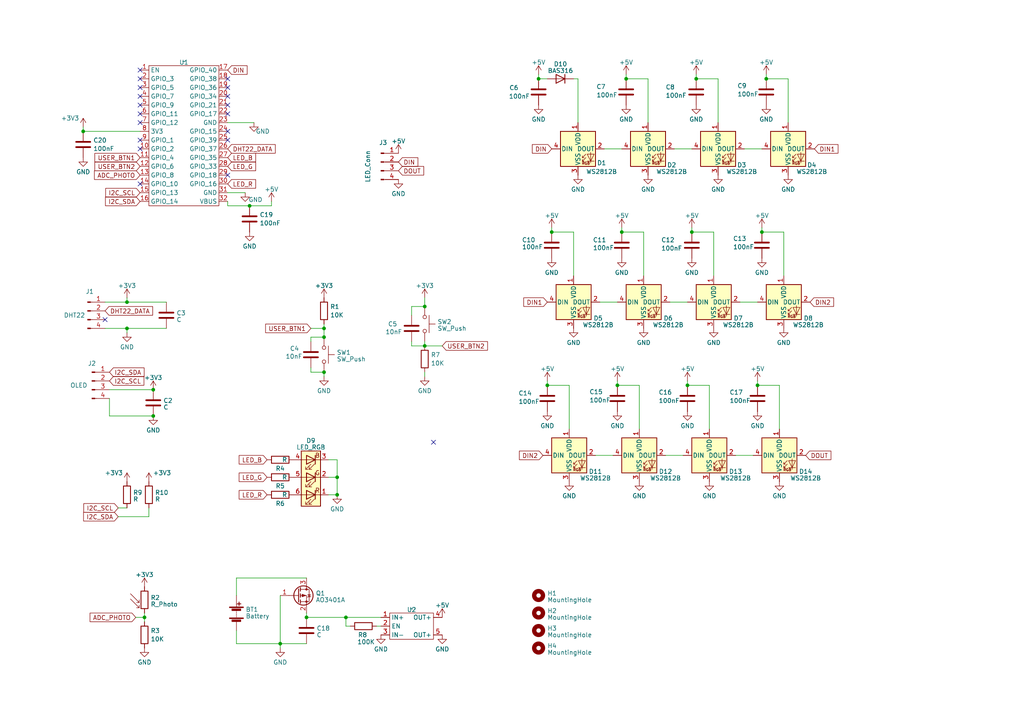
<source format=kicad_sch>
(kicad_sch (version 20231120) (generator "eeschema") (generator_version "8.0")
  (paper "A4")
  (title_block (title "IoT Board - Summer school") (date "2024-05-14") (company "FRI UNIZA") (comment 1 "Author: Michal Kubascik"))
  (lib_symbols
    (symbol "BuckBoost:BuckBoost5v"
      (property "Reference" "U" (at 0 0 0))
      (symbol "BuckBoost5v_0_1"
        (rectangle (start -6.35 -1.27) (end 6.35 -8.89))
      )
      (symbol "BuckBoost5v_1_1"
        (pin input line (at -8.89 -2.54 0) (length 2.54) (name "IN+") (number "1"))
        (pin input line (at -8.89 -5.08 0) (length 2.54) (name "EN") (number "2"))
        (pin input line (at -8.89 -7.62 0) (length 2.54) (name "IN-") (number "3"))
        (pin output line (at 8.89 -2.54 180) (length 2.54) (name "OUT+") (number "4"))
        (pin output line (at 8.89 -7.62 180) (length 2.54) (name "OUT+") (number "5"))
      )
    )
    (symbol "Connector:Conn_01x04_Pin" (pin_names (offset 1.016) hide)
      (property "Reference" "J" (at 0 5.08 0))
      (property "Value" "Conn_01x04_Pin" (at 0 -7.62 0))
      (symbol "Conn_01x04_Pin_1_1"
        (polyline (pts (xy 1.27 -5.08) (xy 0.8636 -5.08)) (stroke (width 0.1524)))
        (polyline (pts (xy 1.27 -2.54) (xy 0.8636 -2.54)) (stroke (width 0.1524)))
        (polyline (pts (xy 1.27 0) (xy 0.8636 0)) (stroke (width 0.1524)))
        (polyline (pts (xy 1.27 2.54) (xy 0.8636 2.54)) (stroke (width 0.1524)))
        (rectangle (start 0.8636 -4.953) (end 0 -5.207) (stroke (width 0.1524)) (fill (type outline)))
        (rectangle (start 0.8636 -2.413) (end 0 -2.667) (stroke (width 0.1524)) (fill (type outline)))
        (rectangle (start 0.8636 0.127) (end 0 -0.127) (stroke (width 0.1524)) (fill (type outline)))
        (rectangle (start 0.8636 2.667) (end 0 2.413) (stroke (width 0.1524)) (fill (type outline)))
        (pin passive line (at 5.08 2.54 180) (length 3.81) (name "Pin_1") (number "1"))
        (pin passive line (at 5.08 0 180) (length 3.81) (name "Pin_2") (number "2"))
        (pin passive line (at 5.08 -2.54 180) (length 3.81) (name "Pin_3") (number "3"))
        (pin passive line (at 5.08 -5.08 180) (length 3.81) (name "Pin_4") (number "4"))
      )
    )
    (symbol "Device:Battery" (pin_numbers hide) (pin_names (offset 0) hide)
      (property "Reference" "BT" (at 2.54 2.54 0))
      (property "Value" "Battery" (at 2.54 0 0))
      (symbol "Battery_0_1"
        (rectangle (start -2.032 -1.397) (end 2.032 -1.651) (fill (type outline)))
        (rectangle (start -2.032 1.778) (end 2.032 1.524) (fill (type outline)))
        (rectangle (start -1.3208 -1.9812) (end 1.27 -2.4892) (fill (type outline)))
        (rectangle (start -1.3208 1.1938) (end 1.27 0.6858) (fill (type outline)))
        (polyline (pts (xy 0 -1.524) (xy 0 -1.27)))
        (polyline (pts (xy 0 -1.016) (xy 0 -0.762)))
        (polyline (pts (xy 0 -0.508) (xy 0 -0.254)))
        (polyline (pts (xy 0 0) (xy 0 0.254)))
        (polyline (pts (xy 0 0.508) (xy 0 0.762)))
        (polyline (pts (xy 0 1.778) (xy 0 2.54)))
        (polyline (pts (xy 0.254 2.667) (xy 1.27 2.667)) (stroke (width 0.254)))
        (polyline (pts (xy 0.762 3.175) (xy 0.762 2.159)) (stroke (width 0.254)))
      )
      (symbol "Battery_1_1"
        (pin passive line (at 0 5.08 270) (length 2.54) (name "+") (number "1"))
        (pin passive line (at 0 -5.08 90) (length 2.54) (name "-") (number "2"))
      )
    )
    (symbol "Device:C" (pin_numbers hide) (pin_names (offset 0.254))
      (property "Reference" "C" (at 0.635 2.54 0))
      (property "Value" "C" (at 0.635 -2.54 0))
      (symbol "C_0_1"
        (polyline (pts (xy -2.032 -0.762) (xy 2.032 -0.762)) (stroke (width 0.508)))
        (polyline (pts (xy -2.032 0.762) (xy 2.032 0.762)) (stroke (width 0.508)))
      )
      (symbol "C_1_1"
        (pin passive line (at 0 3.81 270) (length 2.794) (name "~") (number "1"))
        (pin passive line (at 0 -3.81 90) (length 2.794) (name "~") (number "2"))
      )
    )
    (symbol "Device:LED_RGB" (pin_names (offset 0) hide)
      (property "Reference" "D" (at 0 9.398 0))
      (property "Value" "LED_RGB" (at 0 -8.89 0))
      (symbol "LED_RGB_0_0"
        (text "B" (at -1.905 -6.35 0) (effects (font (size 1.27 1.27))))
        (text "G" (at -1.905 -1.27 0) (effects (font (size 1.27 1.27))))
        (text "R" (at -1.905 3.81 0) (effects (font (size 1.27 1.27))))
      )
      (symbol "LED_RGB_0_1"
        (polyline (pts (xy -1.27 -5.08) (xy -2.54 -5.08)))
        (polyline (pts (xy -1.27 -5.08) (xy 1.27 -5.08)))
        (polyline (pts (xy -1.27 -3.81) (xy -1.27 -6.35)) (stroke (width 0.254)))
        (polyline (pts (xy -1.27 0) (xy -2.54 0)))
        (polyline (pts (xy -1.27 1.27) (xy -1.27 -1.27)) (stroke (width 0.254)))
        (polyline (pts (xy -1.27 5.08) (xy -2.54 5.08)))
        (polyline (pts (xy -1.27 5.08) (xy 1.27 5.08)))
        (polyline (pts (xy -1.27 6.35) (xy -1.27 3.81)) (stroke (width 0.254)))
        (polyline (pts (xy 1.27 -5.08) (xy 2.54 -5.08)))
        (polyline (pts (xy 1.27 0) (xy -1.27 0)))
        (polyline (pts (xy 1.27 0) (xy 2.54 0)))
        (polyline (pts (xy 1.27 5.08) (xy 2.54 5.08)))
        (polyline (pts (xy -1.27 1.27) (xy -1.27 -1.27) (xy -1.27 -1.27)))
        (polyline (pts (xy -1.27 6.35) (xy -1.27 3.81) (xy -1.27 3.81)))
        (polyline (pts (xy 1.27 -3.81) (xy 1.27 -6.35) (xy -1.27 -5.08) (xy 1.27 -3.81)) (stroke (width 0.254)))
        (polyline (pts (xy 1.27 1.27) (xy 1.27 -1.27) (xy -1.27 0) (xy 1.27 1.27)) (stroke (width 0.254)))
        (polyline (pts (xy 1.27 6.35) (xy 1.27 3.81) (xy -1.27 5.08) (xy 1.27 6.35)) (stroke (width 0.254)))
        (polyline (pts (xy -1.016 -3.81) (xy 0.508 -2.286) (xy -0.254 -2.286) (xy 0.508 -2.286) (xy 0.508 -3.048)))
        (polyline (pts (xy -1.016 1.27) (xy 0.508 2.794) (xy -0.254 2.794) (xy 0.508 2.794) (xy 0.508 2.032)))
        (polyline (pts (xy -1.016 6.35) (xy 0.508 7.874) (xy -0.254 7.874) (xy 0.508 7.874) (xy 0.508 7.112)))
        (polyline (pts (xy 0 -3.81) (xy 1.524 -2.286) (xy 0.762 -2.286) (xy 1.524 -2.286) (xy 1.524 -3.048)))
        (polyline (pts (xy 0 1.27) (xy 1.524 2.794) (xy 0.762 2.794) (xy 1.524 2.794) (xy 1.524 2.032)))
        (polyline (pts (xy 0 6.35) (xy 1.524 7.874) (xy 0.762 7.874) (xy 1.524 7.874) (xy 1.524 7.112)))
        (rectangle (start 1.27 -1.27) (end 1.27 1.27))
        (rectangle (start 1.27 1.27) (end 1.27 1.27))
        (rectangle (start 1.27 3.81) (end 1.27 6.35))
        (rectangle (start 1.27 6.35) (end 1.27 6.35))
        (rectangle (start 2.794 8.382) (end -2.794 -7.62) (stroke (width 0.254)) (fill (type background)))
      )
      (symbol "LED_RGB_1_1"
        (pin passive line (at -5.08 5.08 0) (length 2.54) (name "RK") (number "1"))
        (pin passive line (at -5.08 0 0) (length 2.54) (name "GK") (number "2"))
        (pin passive line (at -5.08 -5.08 0) (length 2.54) (name "BK") (number "3"))
        (pin passive line (at 5.08 -5.08 180) (length 2.54) (name "BA") (number "4"))
        (pin passive line (at 5.08 0 180) (length 2.54) (name "GA") (number "5"))
        (pin passive line (at 5.08 5.08 180) (length 2.54) (name "RA") (number "6"))
      )
    )
    (symbol "Device:R" (pin_numbers hide) (pin_names (offset 0))
      (property "Reference" "R" (at 2.032 0 90))
      (property "Value" "R" (at 0 0 90))
      (symbol "R_0_1"
        (rectangle (start -1.016 -2.54) (end 1.016 2.54) (stroke (width 0.254)))
      )
      (symbol "R_1_1"
        (pin passive line (at 0 3.81 270) (length 1.27) (name "~") (number "1"))
        (pin passive line (at 0 -3.81 90) (length 1.27) (name "~") (number "2"))
      )
    )
    (symbol "Device:R_Photo" (pin_numbers hide) (pin_names (offset 0))
      (property "Reference" "R" (at 1.27 1.27 0))
      (property "Value" "R_Photo" (at 1.27 0 0))
      (symbol "R_Photo_0_1"
        (rectangle (start -1.016 2.54) (end 1.016 -2.54) (stroke (width 0.254)))
        (polyline (pts (xy -1.524 -2.286) (xy -4.064 0.254)))
        (polyline (pts (xy -1.524 -2.286) (xy -2.286 -2.286)))
        (polyline (pts (xy -1.524 -2.286) (xy -1.524 -1.524)))
        (polyline (pts (xy -1.524 -0.762) (xy -4.064 1.778)))
        (polyline (pts (xy -1.524 -0.762) (xy -2.286 -0.762)))
        (polyline (pts (xy -1.524 -0.762) (xy -1.524 0)))
      )
      (symbol "R_Photo_1_1"
        (pin passive line (at 0 3.81 270) (length 1.27) (name "~") (number "1"))
        (pin passive line (at 0 -3.81 90) (length 1.27) (name "~") (number "2"))
      )
    )
    (symbol "Diode:BAS316" (pin_numbers hide) (pin_names hide)
      (property "Reference" "D" (at 0 2.54 0))
      (property "Value" "BAS316" (at 0 -2.54 0))
      (symbol "BAS316_0_1"
        (polyline (pts (xy -1.27 1.27) (xy -1.27 -1.27)) (stroke (width 0.254)))
        (polyline (pts (xy 1.27 0) (xy -1.27 0)))
        (polyline (pts (xy 1.27 1.27) (xy 1.27 -1.27) (xy -1.27 0) (xy 1.27 1.27)) (stroke (width 0.254)))
      )
      (symbol "BAS316_1_1"
        (pin passive line (at -3.81 0 0) (length 2.54) (name "K") (number "1"))
        (pin passive line (at 3.81 0 180) (length 2.54) (name "A") (number "2"))
      )
    )
    (symbol "LED:WS2812B" (pin_names (offset 0.254))
      (property "Reference" "D" (at 5.08 5.715 0))
      (property "Value" "WS2812B" (at 1.27 -5.715 0))
      (symbol "WS2812B_0_0"
        (text "RGB" (at 2.286 -4.191 0) (effects (font (size 0.762 0.762))))
      )
      (symbol "WS2812B_0_1"
        (polyline (pts (xy 1.27 -3.556) (xy 1.778 -3.556)))
        (polyline (pts (xy 1.27 -2.54) (xy 1.778 -2.54)))
        (polyline (pts (xy 4.699 -3.556) (xy 2.667 -3.556)))
        (polyline (pts (xy 2.286 -2.54) (xy 1.27 -3.556) (xy 1.27 -3.048)))
        (polyline (pts (xy 2.286 -1.524) (xy 1.27 -2.54) (xy 1.27 -2.032)))
        (polyline (pts (xy 3.683 -1.016) (xy 3.683 -3.556) (xy 3.683 -4.064)))
        (polyline (pts (xy 4.699 -1.524) (xy 2.667 -1.524) (xy 3.683 -3.556) (xy 4.699 -1.524)))
        (rectangle (start 5.08 5.08) (end -5.08 -5.08) (stroke (width 0.254)) (fill (type background)))
      )
      (symbol "WS2812B_1_1"
        (pin power_in line (at 0 7.62 270) (length 2.54) (name "VDD") (number "1"))
        (pin output line (at 7.62 0 180) (length 2.54) (name "DOUT") (number "2"))
        (pin power_in line (at 0 -7.62 90) (length 2.54) (name "VSS") (number "3"))
        (pin input line (at -7.62 0 0) (length 2.54) (name "DIN") (number "4"))
      )
    )
    (symbol "Mechanical:MountingHole" (pin_names (offset 1.016))
      (property "Reference" "H" (at 0 5.08 0))
      (property "Value" "MountingHole" (at 0 3.175 0))
      (symbol "MountingHole_0_1"
        (circle (center 0 0) (radius 1.27) (stroke (width 1.27)))
      )
    )
    (symbol "Switch:SW_Push" (pin_numbers hide) (pin_names (offset 1.016) hide)
      (property "Reference" "SW" (at 1.27 2.54 0))
      (property "Value" "SW_Push" (at 0 -1.524 0))
      (symbol "SW_Push_0_1"
        (circle (center -2.032 0) (radius 0.508))
        (polyline (pts (xy 0 1.27) (xy 0 3.048)))
        (polyline (pts (xy 2.54 1.27) (xy -2.54 1.27)))
        (circle (center 2.032 0) (radius 0.508))
        (pin passive line (at -5.08 0 0) (length 2.54) (name "1") (number "1"))
        (pin passive line (at 5.08 0 180) (length 2.54) (name "2") (number "2"))
      )
    )
    (symbol "Transistor_FET:AO3401A" (pin_names hide)
      (property "Reference" "Q" (at 5.08 1.905 0))
      (property "Value" "AO3401A" (at 5.08 0 0))
      (symbol "AO3401A_0_1"
        (polyline (pts (xy 0.254 0) (xy -2.54 0)))
        (polyline (pts (xy 0.254 1.905) (xy 0.254 -1.905)) (stroke (width 0.254)))
        (polyline (pts (xy 0.762 -1.27) (xy 0.762 -2.286)) (stroke (width 0.254)))
        (polyline (pts (xy 0.762 0.508) (xy 0.762 -0.508)) (stroke (width 0.254)))
        (polyline (pts (xy 0.762 2.286) (xy 0.762 1.27)) (stroke (width 0.254)))
        (polyline (pts (xy 2.54 2.54) (xy 2.54 1.778)))
        (polyline (pts (xy 2.54 -2.54) (xy 2.54 0) (xy 0.762 0)))
        (polyline (pts (xy 0.762 1.778) (xy 3.302 1.778) (xy 3.302 -1.778) (xy 0.762 -1.778)))
        (polyline (pts (xy 2.286 0) (xy 1.27 0.381) (xy 1.27 -0.381) (xy 2.286 0)) (fill (type outline)))
        (polyline (pts (xy 2.794 -0.508) (xy 2.921 -0.381) (xy 3.683 -0.381) (xy 3.81 -0.254)))
        (polyline (pts (xy 3.302 -0.381) (xy 2.921 0.254) (xy 3.683 0.254) (xy 3.302 -0.381)))
        (circle (center 1.651 0) (radius 2.794) (stroke (width 0.254)))
        (circle (center 2.54 -1.778) (radius 0.254) (fill (type outline)))
        (circle (center 2.54 1.778) (radius 0.254) (fill (type outline)))
      )
      (symbol "AO3401A_1_1"
        (pin input line (at -5.08 0 0) (length 2.54) (name "G") (number "1"))
        (pin passive line (at 2.54 -5.08 90) (length 2.54) (name "S") (number "2"))
        (pin passive line (at 2.54 5.08 270) (length 2.54) (name "D") (number "3"))
      )
    )
    (symbol "WemosS2:Wemos-S2-Mini"
      (property "Reference" "U" (at 0 0 0))
      (symbol "Wemos-S2-Mini_0_1"
        (rectangle (start -10.16 -1.27) (end 10.16 -41.91))
      )
      (symbol "Wemos-S2-Mini_1_1"
        (pin bidirectional line (at -12.7 -2.54 0) (length 2.54) (name "EN") (number "1"))
        (pin bidirectional line (at -12.7 -25.4 0) (length 2.54) (name "GPIO_2") (number "10"))
        (pin bidirectional line (at -12.7 -27.94 0) (length 2.54) (name "GPIO_4") (number "11"))
        (pin bidirectional line (at -12.7 -30.48 0) (length 2.54) (name "GPIO_6") (number "12"))
        (pin bidirectional line (at -12.7 -33.02 0) (length 2.54) (name "GPIO_8") (number "13"))
        (pin bidirectional line (at -12.7 -35.56 0) (length 2.54) (name "GPIO_10") (number "14"))
        (pin bidirectional line (at -12.7 -38.1 0) (length 2.54) (name "GPIO_13") (number "15"))
        (pin bidirectional line (at -12.7 -40.64 0) (length 2.54) (name "GPIO_14") (number "16"))
        (pin bidirectional line (at 12.7 -2.54 180) (length 2.54) (name "GPIO_40") (number "17"))
        (pin bidirectional line (at 12.7 -5.08 180) (length 2.54) (name "GPIO_38") (number "18"))
        (pin bidirectional line (at 12.7 -7.62 180) (length 2.54) (name "GPIO_36") (number "19"))
        (pin bidirectional line (at -12.7 -5.08 0) (length 2.54) (name "GPIO_3") (number "2"))
        (pin bidirectional line (at 12.7 -10.16 180) (length 2.54) (name "GPIO_34") (number "20"))
        (pin bidirectional line (at 12.7 -12.7 180) (length 2.54) (name "GPIO_21") (number "21"))
        (pin bidirectional line (at 12.7 -15.24 180) (length 2.54) (name "GPIO_17") (number "22"))
        (pin bidirectional line (at 12.7 -17.78 180) (length 2.54) (name "GND") (number "23"))
        (pin bidirectional line (at 12.7 -20.32 180) (length 2.54) (name "GPIO_15") (number "24"))
        (pin bidirectional line (at 12.7 -22.86 180) (length 2.54) (name "GPIO_39") (number "25"))
        (pin bidirectional line (at 12.7 -25.4 180) (length 2.54) (name "GPIO_37") (number "26"))
        (pin bidirectional line (at 12.7 -27.94 180) (length 2.54) (name "GPIO_35") (number "27"))
        (pin bidirectional line (at 12.7 -30.48 180) (length 2.54) (name "GPIO_33") (number "28"))
        (pin bidirectional line (at 12.7 -33.02 180) (length 2.54) (name "GPIO_18") (number "29"))
        (pin bidirectional line (at -12.7 -7.62 0) (length 2.54) (name "GPIO_5") (number "3"))
        (pin bidirectional line (at 12.7 -35.56 180) (length 2.54) (name "GPIO_16") (number "30"))
        (pin bidirectional line (at 12.7 -38.1 180) (length 2.54) (name "GND") (number "31"))
        (pin bidirectional line (at 12.7 -40.64 180) (length 2.54) (name "VBUS") (number "32"))
        (pin bidirectional line (at -12.7 -10.16 0) (length 2.54) (name "GPIO_7") (number "4"))
        (pin bidirectional line (at -12.7 -12.7 0) (length 2.54) (name "GPIO_9") (number "5"))
        (pin bidirectional line (at -12.7 -15.24 0) (length 2.54) (name "GPIO_11") (number "6"))
        (pin bidirectional line (at -12.7 -17.78 0) (length 2.54) (name "GPIO_12") (number "7"))
        (pin bidirectional line (at -12.7 -20.32 0) (length 2.54) (name "3V3") (number "8"))
        (pin bidirectional line (at -12.7 -22.86 0) (length 2.54) (name "GPIO_1") (number "9"))
      )
    )
    (symbol "power:+3V3" (power) (pin_names (offset 0))
      (property "Value" "+3V3" (at 0 3.556 0))
      (symbol "+3V3_0_1"
        (polyline (pts (xy -0.762 1.27) (xy 0 2.54)))
        (polyline (pts (xy 0 0) (xy 0 2.54)))
        (polyline (pts (xy 0 2.54) (xy 0.762 1.27)))
      )
      (symbol "+3V3_1_1"
        (pin power_in line (at 0 0 90) (length 0) hide (name "+3V3") (number "1"))
      )
    )
    (symbol "power:+5V" (power) (pin_names (offset 0))
      (property "Value" "+5V" (at 0 3.556 0))
      (symbol "+5V_0_1"
        (polyline (pts (xy -0.762 1.27) (xy 0 2.54)))
        (polyline (pts (xy 0 0) (xy 0 2.54)))
        (polyline (pts (xy 0 2.54) (xy 0.762 1.27)))
      )
      (symbol "+5V_1_1"
        (pin power_in line (at 0 0 90) (length 0) hide (name "+5V") (number "1"))
      )
    )
    (symbol "power:GND" (power) (pin_names (offset 0))
      (property "Value" "GND" (at 0 -3.81 0))
      (symbol "GND_0_1"
        (polyline (pts (xy 0 0) (xy 0 -1.27) (xy 1.27 -1.27) (xy 0 -2.54) (xy -1.27 -1.27) (xy 0 -1.27)))
      )
      (symbol "GND_1_1"
        (pin power_in line (at 0 0 270) (length 0) hide (name "GND") (number "1"))
      )
    )
  )
  (junction (at 179.07 111.76))
  (junction (at 160.02 67.31))
  (junction (at 156.21 22.86))
  (junction (at 199.39 111.76))
  (junction (at 97.79 138.43))
  (junction (at 44.45 120.65))
  (junction (at 36.83 95.25))
  (junction (at 88.9 179.07))
  (junction (at 123.19 88.9))
  (junction (at 24.13 38.1))
  (junction (at 222.25 22.86))
  (junction (at 44.45 113.03))
  (junction (at 123.19 100.33))
  (junction (at 201.93 22.86))
  (junction (at 93.98 97.79))
  (junction (at 36.83 87.63))
  (junction (at 158.75 111.76))
  (junction (at 81.28 186.69))
  (junction (at 72.39 59.69))
  (junction (at 181.61 22.86))
  (junction (at 180.34 67.31))
  (junction (at 93.98 95.25))
  (junction (at 200.66 67.31))
  (junction (at 93.98 107.95))
  (junction (at 220.98 67.31))
  (junction (at 41.91 179.07))
  (junction (at 97.79 143.51))
  (junction (at 100.33 179.07))
  (junction (at 219.71 111.76))
  (no_connect (at 40.64 25.4))
  (no_connect (at 125.73 128.27))
  (no_connect (at 66.04 38.1))
  (no_connect (at 66.04 33.02))
  (no_connect (at 40.64 27.94))
  (no_connect (at 66.04 50.8))
  (no_connect (at 40.64 30.48))
  (no_connect (at 66.04 30.48))
  (no_connect (at 66.04 25.4))
  (no_connect (at 40.64 53.34))
  (no_connect (at 66.04 40.64))
  (no_connect (at 30.48 92.71))
  (no_connect (at 40.64 20.32))
  (no_connect (at 66.04 27.94))
  (no_connect (at 40.64 22.86))
  (no_connect (at 40.64 43.18))
  (no_connect (at 66.04 22.86))
  (no_connect (at 40.64 40.64))
  (no_connect (at 40.64 35.56))
  (no_connect (at 40.64 33.02))
  (wire (pts (xy 73.66 35.56) (xy 66.04 35.56)))
  (wire (pts (xy 227.33 67.31) (xy 227.33 80.01)))
  (wire (pts (xy 97.79 133.35) (xy 97.79 138.43)))
  (wire (pts (xy 172.72 132.08) (xy 177.8 132.08)))
  (wire (pts (xy 200.66 66.04) (xy 200.66 67.31)))
  (wire (pts (xy 180.34 67.31) (xy 186.69 67.31)))
  (wire (pts (xy 95.25 138.43) (xy 97.79 138.43)))
  (wire (pts (xy 90.17 107.95) (xy 93.98 107.95)))
  (wire (pts (xy 199.39 111.76) (xy 205.74 111.76)))
  (wire (pts (xy 156.21 21.59) (xy 156.21 22.86)))
  (wire (pts (xy 72.39 59.69) (xy 66.04 59.69)))
  (wire (pts (xy 185.42 111.76) (xy 185.42 124.46)))
  (wire (pts (xy 34.29 147.32) (xy 36.83 147.32)))
  (wire (pts (xy 193.04 132.08) (xy 198.12 132.08)))
  (wire (pts (xy 36.83 95.25) (xy 48.26 95.25)))
  (wire (pts (xy 39.37 179.07) (xy 41.91 179.07)))
  (wire (pts (xy 119.38 88.9) (xy 119.38 91.44)))
  (wire (pts (xy 43.18 149.86) (xy 43.18 147.32)))
  (wire (pts (xy 71.12 55.88) (xy 66.04 55.88)))
  (wire (pts (xy 179.07 110.49) (xy 179.07 111.76)))
  (wire (pts (xy 66.04 59.69) (xy 66.04 58.42)))
  (wire (pts (xy 181.61 22.86) (xy 181.61 21.59)))
  (wire (pts (xy 90.17 97.79) (xy 90.17 99.06)))
  (wire (pts (xy 123.19 99.06) (xy 123.19 100.33)))
  (wire (pts (xy 123.19 107.95) (xy 123.19 109.22)))
  (wire (pts (xy 180.34 66.04) (xy 180.34 67.31)))
  (wire (pts (xy 214.63 87.63) (xy 219.71 87.63)))
  (wire (pts (xy 222.25 22.86) (xy 228.6 22.86)))
  (wire (pts (xy 194.31 87.63) (xy 199.39 87.63)))
  (wire (pts (xy 36.83 96.52) (xy 36.83 95.25)))
  (wire (pts (xy 175.26 43.18) (xy 180.34 43.18)))
  (wire (pts (xy 208.28 22.86) (xy 208.28 35.56)))
  (wire (pts (xy 158.75 110.49) (xy 158.75 111.76)))
  (wire (pts (xy 81.28 186.69) (xy 88.9 186.69)))
  (wire (pts (xy 228.6 22.86) (xy 228.6 35.56)))
  (wire (pts (xy 207.01 67.31) (xy 207.01 80.01)))
  (wire (pts (xy 78.74 58.42) (xy 78.74 59.69)))
  (wire (pts (xy 158.75 111.76) (xy 165.1 111.76)))
  (wire (pts (xy 95.25 133.35) (xy 97.79 133.35)))
  (wire (pts (xy 123.19 100.33) (xy 128.27 100.33)))
  (wire (pts (xy 100.33 181.61) (xy 101.6 181.61)))
  (wire (pts (xy 31.75 120.65) (xy 31.75 115.57)))
  (wire (pts (xy 201.93 21.59) (xy 201.93 22.86)))
  (wire (pts (xy 100.33 179.07) (xy 110.49 179.07)))
  (wire (pts (xy 68.58 167.64) (xy 88.9 167.64)))
  (wire (pts (xy 36.83 87.63) (xy 48.26 87.63)))
  (wire (pts (xy 100.33 179.07) (xy 100.33 181.61)))
  (wire (pts (xy 213.36 132.08) (xy 218.44 132.08)))
  (wire (pts (xy 219.71 110.49) (xy 219.71 111.76)))
  (wire (pts (xy 68.58 182.88) (xy 68.58 186.69)))
  (wire (pts (xy 81.28 186.69) (xy 81.28 187.96)))
  (wire (pts (xy 30.48 95.25) (xy 36.83 95.25)))
  (wire (pts (xy 226.06 111.76) (xy 226.06 124.46)))
  (wire (pts (xy 181.61 22.86) (xy 187.96 22.86)))
  (wire (pts (xy 200.66 67.31) (xy 207.01 67.31)))
  (wire (pts (xy 119.38 100.33) (xy 123.19 100.33)))
  (wire (pts (xy 179.07 111.76) (xy 185.42 111.76)))
  (wire (pts (xy 88.9 179.07) (xy 88.9 177.8)))
  (wire (pts (xy 90.17 97.79) (xy 93.98 97.79)))
  (wire (pts (xy 166.37 67.31) (xy 166.37 80.01)))
  (wire (pts (xy 41.91 179.07) (xy 41.91 180.34)))
  (wire (pts (xy 24.13 38.1) (xy 40.64 38.1)))
  (wire (pts (xy 173.99 87.63) (xy 179.07 87.63)))
  (wire (pts (xy 165.1 111.76) (xy 165.1 124.46)))
  (wire (pts (xy 123.19 88.9) (xy 123.19 86.36)))
  (wire (pts (xy 36.83 86.36) (xy 36.83 87.63)))
  (wire (pts (xy 215.9 43.18) (xy 220.98 43.18)))
  (wire (pts (xy 119.38 88.9) (xy 123.19 88.9)))
  (wire (pts (xy 109.22 181.61) (xy 110.49 181.61)))
  (wire (pts (xy 68.58 186.69) (xy 81.28 186.69)))
  (wire (pts (xy 41.91 179.07) (xy 41.91 177.8)))
  (wire (pts (xy 93.98 109.22) (xy 93.98 107.95)))
  (wire (pts (xy 68.58 172.72) (xy 68.58 167.64)))
  (wire (pts (xy 201.93 22.86) (xy 208.28 22.86)))
  (wire (pts (xy 160.02 67.31) (xy 166.37 67.31)))
  (wire (pts (xy 97.79 138.43) (xy 97.79 143.51)))
  (wire (pts (xy 186.69 67.31) (xy 186.69 80.01)))
  (wire (pts (xy 205.74 111.76) (xy 205.74 124.46)))
  (wire (pts (xy 167.64 22.86) (xy 166.37 22.86)))
  (wire (pts (xy 160.02 66.04) (xy 160.02 67.31)))
  (wire (pts (xy 81.28 172.72) (xy 81.28 186.69)))
  (wire (pts (xy 222.25 21.59) (xy 222.25 22.86)))
  (wire (pts (xy 187.96 22.86) (xy 187.96 35.56)))
  (wire (pts (xy 119.38 99.06) (xy 119.38 100.33)))
  (wire (pts (xy 44.45 120.65) (xy 31.75 120.65)))
  (wire (pts (xy 220.98 67.31) (xy 227.33 67.31)))
  (wire (pts (xy 167.64 22.86) (xy 167.64 35.56)))
  (wire (pts (xy 36.83 87.63) (xy 30.48 87.63)))
  (wire (pts (xy 93.98 93.98) (xy 93.98 95.25)))
  (wire (pts (xy 195.58 43.18) (xy 200.66 43.18)))
  (wire (pts (xy 90.17 95.25) (xy 93.98 95.25)))
  (wire (pts (xy 156.21 22.86) (xy 158.75 22.86)))
  (wire (pts (xy 78.74 59.69) (xy 72.39 59.69)))
  (wire (pts (xy 34.29 149.86) (xy 43.18 149.86)))
  (wire (pts (xy 219.71 111.76) (xy 226.06 111.76)))
  (wire (pts (xy 199.39 110.49) (xy 199.39 111.76)))
  (wire (pts (xy 90.17 106.68) (xy 90.17 107.95)))
  (wire (pts (xy 24.13 36.83) (xy 24.13 38.1)))
  (wire (pts (xy 95.25 143.51) (xy 97.79 143.51)))
  (wire (pts (xy 31.75 113.03) (xy 44.45 113.03)))
  (wire (pts (xy 220.98 66.04) (xy 220.98 67.31)))
  (wire (pts (xy 88.9 179.07) (xy 100.33 179.07)))
  (wire (pts (xy 93.98 95.25) (xy 93.98 97.79)))
  (global_label "I2C_SDA" (shape input) (at 31.75 107.95 0) (property "Intersheetrefs" "${INTERSHEET_REFS}" (effects (hide yes))))
  (global_label "USER_BTN2" (shape input) (at 40.64 48.26 180) (property "Intersheetrefs" "${INTERSHEET_REFS}" (effects (hide yes))))
  (global_label "USER_BTN2" (shape input) (at 128.27 100.33 0) (property "Intersheetrefs" "${INTERSHEET_REFS}" (effects (hide yes))))
  (global_label "ADC_PHOTO" (shape input) (at 39.37 179.07 180) (property "Intersheetrefs" "${INTERSHEET_REFS}" (effects (hide yes))))
  (global_label "LED_R" (shape input) (at 66.04 53.34 0) (property "Intersheetrefs" "${INTERSHEET_REFS}" (effects (hide yes))))
  (global_label "LED_B" (shape input) (at 77.47 133.35 180) (property "Intersheetrefs" "${INTERSHEET_REFS}" (effects (hide yes))))
  (global_label "DIN" (shape input) (at 160.02 43.18 180) (property "Intersheetrefs" "${INTERSHEET_REFS}" (effects (hide yes))))
  (global_label "DHT22_DATA" (shape input) (at 30.48 90.17 0) (property "Intersheetrefs" "${INTERSHEET_REFS}" (effects (hide yes))))
  (global_label "DIN2" (shape input) (at 157.48 132.08 180) (property "Intersheetrefs" "${INTERSHEET_REFS}" (effects (hide yes))))
  (global_label "LED_G" (shape input) (at 66.04 48.26 0) (property "Intersheetrefs" "${INTERSHEET_REFS}" (effects (hide yes))))
  (global_label "DIN1" (shape input) (at 158.75 87.63 180) (property "Intersheetrefs" "${INTERSHEET_REFS}" (effects (hide yes))))
  (global_label "USER_BTN1" (shape input) (at 40.64 45.72 180) (property "Intersheetrefs" "${INTERSHEET_REFS}" (effects (hide yes))))
  (global_label "I2C_SDA" (shape input) (at 34.29 149.86 180) (property "Intersheetrefs" "${INTERSHEET_REFS}" (effects (hide yes))))
  (global_label "I2C_SCL" (shape input) (at 31.75 110.49 0) (property "Intersheetrefs" "${INTERSHEET_REFS}" (effects (hide yes))))
  (global_label "DOUT" (shape input) (at 115.57 49.53 0) (property "Intersheetrefs" "${INTERSHEET_REFS}" (effects (hide yes))))
  (global_label "DIN" (shape input) (at 66.04 20.32 0) (property "Intersheetrefs" "${INTERSHEET_REFS}" (effects (hide yes))))
  (global_label "DHT22_DATA" (shape input) (at 66.04 43.18 0) (property "Intersheetrefs" "${INTERSHEET_REFS}" (effects (hide yes))))
  (global_label "I2C_SCL" (shape input) (at 34.29 147.32 180) (property "Intersheetrefs" "${INTERSHEET_REFS}" (effects (hide yes))))
  (global_label "I2C_SDA" (shape input) (at 40.64 58.42 180) (property "Intersheetrefs" "${INTERSHEET_REFS}" (effects (hide yes))))
  (global_label "DIN1" (shape input) (at 236.22 43.18 0) (property "Intersheetrefs" "${INTERSHEET_REFS}" (effects (hide yes))))
  (global_label "LED_R" (shape input) (at 77.47 143.51 180) (property "Intersheetrefs" "${INTERSHEET_REFS}" (effects (hide yes))))
  (global_label "I2C_SCL" (shape input) (at 40.64 55.88 180) (property "Intersheetrefs" "${INTERSHEET_REFS}" (effects (hide yes))))
  (global_label "DOUT" (shape input) (at 233.68 132.08 0) (property "Intersheetrefs" "${INTERSHEET_REFS}" (effects (hide yes))))
  (global_label "LED_G" (shape input) (at 77.47 138.43 180) (property "Intersheetrefs" "${INTERSHEET_REFS}" (effects (hide yes))))
  (global_label "DIN" (shape input) (at 115.57 46.99 0) (property "Intersheetrefs" "${INTERSHEET_REFS}" (effects (hide yes))))
  (global_label "ADC_PHOTO" (shape input) (at 40.64 50.8 180) (property "Intersheetrefs" "${INTERSHEET_REFS}" (effects (hide yes))))
  (global_label "LED_B" (shape input) (at 66.04 45.72 0) (property "Intersheetrefs" "${INTERSHEET_REFS}" (effects (hide yes))))
  (global_label "DIN2" (shape input) (at 234.95 87.63 0) (property "Intersheetrefs" "${INTERSHEET_REFS}" (effects (hide yes))))
  (global_label "USER_BTN1" (shape input) (at 90.17 95.25 180) (property "Intersheetrefs" "${INTERSHEET_REFS}" (effects (hide yes))))
  (symbol (lib_id "Device:C") (at 88.9 182.88 0) (unit 1)
    (property "Reference" "C18" (at 91.821 182.2363 0) (effects (justify left)))
    (property "Value" "C" (at 91.821 184.1573 0) (effects (justify left)))
    (property "Footprint" "Capacitor_SMD:C_0805_2012Metric" (effects (hide yes)))
  )
  (symbol (lib_id "power:+3V3") (at 36.83 86.36 0) (unit 1)
    (property "Reference" "#PWR026" (effects (hide yes)))
    (property "Value" "+3V3" (at 36.83 82.8581 0))
  )
  (symbol (lib_id "power:GND") (at 205.74 139.7 0) (unit 1)
    (property "Reference" "#PWR038" (effects (hide yes)))
    (property "Value" "GND" (at 205.74 143.8355 0))
  )
  (symbol (lib_id "LED:WS2812B") (at 167.64 43.18 0) (unit 1)
    (property "Reference" "D1" (at 174.498 47.244 0))
    (property "Value" "WS2812B" (at 174.498 49.784 0))
    (property "Footprint" "LED_SMD:LED_WS2812B_PLCC4_5.0x5.0mm_P3.2mm" (effects (hide yes)))
    (property "Datasheet" "https://cdn-shop.adafruit.com/datasheets/WS2812B.pdf" (effects (hide yes)))
  )
  (symbol (lib_id "power:+5V") (at 201.93 21.59 0) (unit 1)
    (property "Reference" "#PWR016" (effects (hide yes)))
    (property "Value" "+5V" (at 201.93 18.0881 0))
  )
  (symbol (lib_id "power:+5V") (at 128.27 179.07 0) (unit 1)
    (property "Reference" "#PWR061" (effects (hide yes)))
    (property "Value" "+5V" (at 128.27 175.5681 0))
  )
  (symbol (lib_id "LED:WS2812B") (at 227.33 87.63 0) (unit 1)
    (property "Reference" "D8" (at 234.442 92.313 0))
    (property "Value" "WS2812B" (at 234.442 94.234 0))
    (property "Footprint" "LED_SMD:LED_WS2812B_PLCC4_5.0x5.0mm_P3.2mm" (effects (hide yes)))
    (property "Datasheet" "https://cdn-shop.adafruit.com/datasheets/WS2812B.pdf" (effects (hide yes)))
  )
  (symbol (lib_id "power:GND") (at 186.69 95.25 0) (unit 1)
    (property "Reference" "#PWR012" (effects (hide yes)))
    (property "Value" "GND" (at 186.69 99.3855 0))
  )
  (symbol (lib_id "power:GND") (at 201.93 30.48 0) (unit 1)
    (property "Reference" "#PWR047" (effects (hide yes)))
    (property "Value" "GND" (at 201.93 34.6155 0))
  )
  (symbol (lib_id "Device:C") (at 220.98 71.12 0) (unit 1)
    (property "Reference" "C13" (at 212.598 69.2037 0) (effects (justify left)))
    (property "Value" "100nF" (at 212.598 71.628 0) (effects (justify left)))
    (property "Footprint" "Capacitor_SMD:C_0805_2012Metric" (effects (hide yes)))
  )
  (symbol (lib_id "power:+5V") (at 115.57 44.45 0) (unit 1)
    (property "Reference" "#PWR062" (effects (hide yes)))
    (property "Value" "+5V" (at 115.57 40.9481 0))
  )
  (symbol (lib_id "power:+5V") (at 222.25 21.59 0) (unit 1)
    (property "Reference" "#PWR017" (effects (hide yes)))
    (property "Value" "+5V" (at 222.25 18.0881 0))
  )
  (symbol (lib_id "Device:R") (at 41.91 184.15 0) (unit 1)
    (property "Reference" "R3" (at 43.688 182.9378 0) (effects (justify left)))
    (property "Value" "10K" (at 43.688 185.3621 0) (effects (justify left)))
    (property "Footprint" "Resistor_SMD:R_0805_2012Metric" (effects (hide yes)))
  )
  (symbol (lib_id "Device:R") (at 81.28 138.43 90) (unit 1)
    (property "Reference" "R5" (at 81.28 140.97 90))
    (property "Value" "R" (at 82.55 138.43 90))
    (property "Footprint" "Resistor_SMD:R_0805_2012Metric" (effects (hide yes)))
  )
  (symbol (lib_id "power:+5V") (at 160.02 66.04 0) (unit 1)
    (property "Reference" "#PWR018" (effects (hide yes)))
    (property "Value" "+5V" (at 160.02 62.5381 0))
  )
  (symbol (lib_id "power:GND") (at 110.49 184.15 0) (unit 1)
    (property "Reference" "#PWR055" (effects (hide yes)))
    (property "Value" "GND" (at 110.49 188.2855 0))
  )
  (symbol (lib_id "power:GND") (at 208.28 50.8 0) (unit 1)
    (property "Reference" "#PWR09" (effects (hide yes)))
    (property "Value" "GND" (at 208.28 54.9355 0))
  )
  (symbol (lib_id "power:GND") (at 165.1 139.7 0) (unit 1)
    (property "Reference" "#PWR036" (effects (hide yes)))
    (property "Value" "GND" (at 165.1 143.8355 0))
  )
  (symbol (lib_id "power:GND") (at 41.91 187.96 0) (unit 1)
    (property "Reference" "#PWR031" (effects (hide yes)))
    (property "Value" "GND" (at 41.91 192.0955 0))
  )
  (symbol (lib_id "power:GND") (at 226.06 139.7 0) (unit 1)
    (property "Reference" "#PWR039" (effects (hide yes)))
    (property "Value" "GND" (at 226.06 143.8355 0))
  )
  (symbol (lib_id "power:+5V") (at 158.75 110.49 0) (unit 1)
    (property "Reference" "#PWR032" (effects (hide yes)))
    (property "Value" "+5V" (at 158.75 106.9881 0))
  )
  (symbol (lib_id "Device:C") (at 44.45 116.84 0) (unit 1)
    (property "Reference" "C2" (at 47.371 116.1963 0) (effects (justify left)))
    (property "Value" "C" (at 47.371 118.1173 0) (effects (justify left)))
    (property "Footprint" "Capacitor_SMD:C_0805_2012Metric" (effects (hide yes)))
  )
  (symbol (lib_id "Device:C") (at 219.71 115.57 0) (unit 1)
    (property "Reference" "C17" (at 211.582 113.792 0) (effects (justify left)))
    (property "Value" "100nF" (at 211.582 116.2163 0) (effects (justify left)))
    (property "Footprint" "Capacitor_SMD:C_0805_2012Metric" (effects (hide yes)))
  )
  (symbol (lib_id "power:GND") (at 160.02 74.93 0) (unit 1)
    (property "Reference" "#PWR020" (effects (hide yes)))
    (property "Value" "GND" (at 160.02 79.0655 0))
  )
  (symbol (lib_id "power:GND") (at 97.79 143.51 0) (unit 1)
    (property "Reference" "#PWR027" (effects (hide yes)))
    (property "Value" "GND" (at 97.79 147.6455 0))
  )
  (symbol (lib_id "power:+5V") (at 199.39 110.49 0) (unit 1)
    (property "Reference" "#PWR051" (effects (hide yes)))
    (property "Value" "+5V" (at 199.39 106.9881 0))
  )
  (symbol (lib_id "Mechanical:MountingHole") (at 156.21 187.96 0) (unit 1)
    (property "Reference" "H4" (at 158.75 187.3163 0) (effects (justify left)))
    (property "Value" "MountingHole" (at 158.75 189.2373 0) (effects (justify left)))
    (property "Footprint" "MountingHole:MountingHole_2.2mm_M2" (effects (hide yes)))
  )
  (symbol (lib_id "power:GND") (at 219.71 119.38 0) (unit 1)
    (property "Reference" "#PWR056" (effects (hide yes)))
    (property "Value" "GND" (at 219.71 123.5155 0))
  )
  (symbol (lib_id "Device:C") (at 179.07 115.57 0) (unit 1)
    (property "Reference" "C15" (at 170.942 113.6537 0) (effects (justify left)))
    (property "Value" "100nF" (at 170.942 116.078 0) (effects (justify left)))
    (property "Footprint" "Capacitor_SMD:C_0805_2012Metric" (effects (hide yes)))
  )
  (symbol (lib_id "Switch:SW_Push") (at 93.98 102.87 270) (unit 1)
    (property "Reference" "SW1" (at 97.663 102.2263 90) (effects (justify left)))
    (property "Value" "SW_Push" (at 97.663 104.1473 90) (effects (justify left)))
    (property "Footprint" "Button_Switch_SMD:SW_SPST_Omron_B3FS-105xP" (effects (hide yes)))
  )
  (symbol (lib_id "Device:C") (at 181.61 26.67 0) (unit 1)
    (property "Reference" "C7" (at 172.974 25.146 0) (effects (justify left)))
    (property "Value" "100nF" (at 172.974 27.5703 0) (effects (justify left)))
    (property "Footprint" "Capacitor_SMD:C_0805_2012Metric" (effects (hide yes)))
  )
  (symbol (lib_id "power:GND") (at 228.6 50.8 0) (unit 1)
    (property "Reference" "#PWR010" (effects (hide yes)))
    (property "Value" "GND" (at 228.6 54.9355 0))
  )
  (symbol (lib_id "power:+3V3") (at 36.83 139.7 0) (unit 1)
    (property "Reference" "#PWR05" (effects (hide yes)))
    (property "Value" "+3V3" (at 33.02 137.16 0))
  )
  (symbol (lib_id "Device:R") (at 81.28 143.51 90) (unit 1)
    (property "Reference" "R6" (at 81.28 146.05 90))
    (property "Value" "R" (at 82.55 143.51 90))
    (property "Footprint" "Resistor_SMD:R_0805_2012Metric" (effects (hide yes)))
  )
  (symbol (lib_id "power:GND") (at 156.21 30.48 0) (unit 1)
    (property "Reference" "#PWR045" (effects (hide yes)))
    (property "Value" "GND" (at 156.21 34.6155 0))
  )
  (symbol (lib_id "power:GND") (at 123.19 109.22 0) (unit 1)
    (property "Reference" "#PWR041" (effects (hide yes)))
    (property "Value" "GND" (at 123.19 113.3555 0))
  )
  (symbol (lib_id "Device:C") (at 48.26 91.44 0) (unit 1)
    (property "Reference" "C3" (at 51.181 90.7963 0) (effects (justify left)))
    (property "Value" "C" (at 51.181 92.7173 0) (effects (justify left)))
    (property "Footprint" "Capacitor_SMD:C_0805_2012Metric" (effects (hide yes)))
  )
  (symbol (lib_id "power:GND") (at 73.66 35.56 0) (unit 1)
    (property "Reference" "#PWR02" (effects (hide yes)))
    (property "Value" "GND" (at 76.2 38.1 0))
  )
  (symbol (lib_id "Device:R") (at 81.28 133.35 90) (unit 1)
    (property "Reference" "R4" (at 81.28 135.89 90))
    (property "Value" "R" (at 82.55 133.35 90))
    (property "Footprint" "Resistor_SMD:R_0805_2012Metric" (effects (hide yes)))
  )
  (symbol (lib_id "power:GND") (at 185.42 139.7 0) (unit 1)
    (property "Reference" "#PWR037" (effects (hide yes)))
    (property "Value" "GND" (at 185.42 143.8355 0))
  )
  (symbol (lib_id "Device:R") (at 105.41 181.61 90) (unit 1)
    (property "Reference" "R8" (at 105.156 184.15 90))
    (property "Value" "100K" (at 106.172 186.182 90))
    (property "Footprint" "Resistor_SMD:R_0805_2012Metric" (effects (hide yes)))
  )
  (symbol (lib_id "power:+3V3") (at 44.45 113.03 0) (unit 1)
    (property "Reference" "#PWR024" (effects (hide yes)))
    (property "Value" "+3V3" (at 44.45 109.5281 0))
  )
  (symbol (lib_id "LED:WS2812B") (at 226.06 132.08 0) (unit 1)
    (property "Reference" "D14" (at 233.68 136.763 0))
    (property "Value" "WS2812B" (at 233.68 138.684 0))
    (property "Footprint" "LED_SMD:LED_WS2812B_PLCC4_5.0x5.0mm_P3.2mm" (effects (hide yes)))
    (property "Datasheet" "https://cdn-shop.adafruit.com/datasheets/WS2812B.pdf" (effects (hide yes)))
  )
  (symbol (lib_id "Device:C") (at 119.38 95.25 0) (unit 1)
    (property "Reference" "C5" (at 112.522 93.98 0) (effects (justify left)))
    (property "Value" "10nF" (at 111.76 96.266 0) (effects (justify left)))
    (property "Footprint" "Capacitor_SMD:C_0805_2012Metric" (effects (hide yes)))
  )
  (symbol (lib_id "Mechanical:MountingHole") (at 156.21 182.88 0) (unit 1)
    (property "Reference" "H3" (at 158.75 182.2363 0) (effects (justify left)))
    (property "Value" "MountingHole" (at 158.75 184.1573 0) (effects (justify left)))
    (property "Footprint" "MountingHole:MountingHole_2.2mm_M2" (effects (hide yes)))
  )
  (symbol (lib_id "Device:R_Photo") (at 41.91 173.99 0) (unit 1)
    (property "Reference" "R2" (at 43.688 173.3463 0) (effects (justify left)))
    (property "Value" "R_Photo" (at 43.688 175.2673 0) (effects (justify left)))
    (property "Footprint" "OptoDevice:R_LDR_4.9x4.2mm_P2.54mm_Vertical" (effects (hide yes)))
  )
  (symbol (lib_id "power:GND") (at 187.96 50.8 0) (unit 1)
    (property "Reference" "#PWR08" (effects (hide yes)))
    (property "Value" "GND" (at 187.96 54.9355 0))
  )
  (symbol (lib_id "LED:WS2812B") (at 207.01 87.63 0) (unit 1)
    (property "Reference" "D7" (at 214.122 92.313 0))
    (property "Value" "WS2812B" (at 214.122 94.234 0))
    (property "Footprint" "LED_SMD:LED_WS2812B_PLCC4_5.0x5.0mm_P3.2mm" (effects (hide yes)))
    (property "Datasheet" "https://cdn-shop.adafruit.com/datasheets/WS2812B.pdf" (effects (hide yes)))
  )
  (symbol (lib_id "power:+3V3") (at 41.91 170.18 0) (unit 1)
    (property "Reference" "#PWR030" (effects (hide yes)))
    (property "Value" "+3V3" (at 41.91 166.6781 0))
  )
  (symbol (lib_id "power:+5V") (at 219.71 110.49 0) (unit 1)
    (property "Reference" "#PWR053" (effects (hide yes)))
    (property "Value" "+5V" (at 219.71 106.9881 0))
  )
  (symbol (lib_id "power:GND") (at 181.61 30.48 0) (unit 1)
    (property "Reference" "#PWR046" (effects (hide yes)))
    (property "Value" "GND" (at 181.61 34.6155 0))
  )
  (symbol (lib_id "Switch:SW_Push") (at 123.19 93.98 270) (unit 1)
    (property "Reference" "SW2" (at 126.873 93.3363 90) (effects (justify left)))
    (property "Value" "SW_Push" (at 126.873 95.2573 90) (effects (justify left)))
    (property "Footprint" "Button_Switch_SMD:SW_SPST_Omron_B3FS-105xP" (effects (hide yes)))
  )
  (symbol (lib_id "power:+5V") (at 179.07 110.49 0) (unit 1)
    (property "Reference" "#PWR034" (effects (hide yes)))
    (property "Value" "+5V" (at 179.07 106.9881 0))
  )
  (symbol (lib_id "Device:Battery") (at 68.58 177.8 0) (unit 1)
    (property "Reference" "BT1" (at 71.247 176.7753 0) (effects (justify left)))
    (property "Value" "Battery" (at 71.247 178.6963 0) (effects (justify left)))
    (property "Footprint" "Battery:BatteryHolder_Keystone_2479_3xAAA" (effects (hide yes)))
  )
  (symbol (lib_id "Device:C") (at 180.34 71.12 0) (unit 1)
    (property "Reference" "C11" (at 171.958 69.596 0) (effects (justify left)))
    (property "Value" "100nF" (at 171.958 71.882 0) (effects (justify left)))
    (property "Footprint" "Capacitor_SMD:C_0805_2012Metric" (effects (hide yes)))
  )
  (symbol (lib_id "Device:C") (at 222.25 26.67 0) (unit 1)
    (property "Reference" "C9" (at 213.868 24.892 0) (effects (justify left)))
    (property "Value" "100nF" (at 213.868 27.3163 0) (effects (justify left)))
    (property "Footprint" "Capacitor_SMD:C_0805_2012Metric" (effects (hide yes)))
  )
  (symbol (lib_id "power:GND") (at 179.07 119.38 0) (unit 1)
    (property "Reference" "#PWR035" (effects (hide yes)))
    (property "Value" "GND" (at 179.07 123.5155 0))
  )
  (symbol (lib_id "power:+5V") (at 180.34 66.04 0) (unit 1)
    (property "Reference" "#PWR019" (effects (hide yes)))
    (property "Value" "+5V" (at 180.34 62.5381 0))
  )
  (symbol (lib_id "Device:C") (at 24.13 41.91 0) (unit 1)
    (property "Reference" "C20" (at 27.051 40.6978 0) (effects (justify left)))
    (property "Value" "100nF" (at 27.051 43.1221 0) (effects (justify left)))
    (property "Footprint" "Capacitor_SMD:C_0805_2012Metric" (effects (hide yes)))
  )
  (symbol (lib_id "power:+5V") (at 200.66 66.04 0) (unit 1)
    (property "Reference" "#PWR021" (effects (hide yes)))
    (property "Value" "+5V" (at 200.66 62.5381 0))
  )
  (symbol (lib_id "power:GND") (at 220.98 74.93 0) (unit 1)
    (property "Reference" "#PWR052" (effects (hide yes)))
    (property "Value" "GND" (at 220.98 79.0655 0))
  )
  (symbol (lib_id "LED:WS2812B") (at 166.37 87.63 0) (unit 1)
    (property "Reference" "D5" (at 173.482 92.313 0))
    (property "Value" "WS2812B" (at 173.482 94.234 0))
    (property "Footprint" "LED_SMD:LED_WS2812B_PLCC4_5.0x5.0mm_P3.2mm" (effects (hide yes)))
    (property "Datasheet" "https://cdn-shop.adafruit.com/datasheets/WS2812B.pdf" (effects (hide yes)))
  )
  (symbol (lib_id "power:GND") (at 44.45 120.65 0) (unit 1)
    (property "Reference" "#PWR023" (effects (hide yes)))
    (property "Value" "GND" (at 44.45 124.7855 0))
  )
  (symbol (lib_id "Connector:Conn_01x04_Pin") (at 110.49 46.99 0) (unit 1)
    (property "Reference" "J3" (at 111.125 41.3639 0))
    (property "Value" "LED_Conn" (at 106.68 48.26 90))
    (property "Footprint" "Connector_PinHeader_2.54mm:PinHeader_1x04_P2.54mm_Vertical" (effects (hide yes)))
  )
  (symbol (lib_id "power:GND") (at 36.83 96.52 0) (unit 1)
    (property "Reference" "#PWR025" (effects (hide yes)))
    (property "Value" "GND" (at 36.83 100.6555 0))
  )
  (symbol (lib_id "Diode:BAS316") (at 162.56 22.86 180) (unit 1)
    (property "Reference" "D10" (at 162.56 18.5801 0))
    (property "Value" "BAS316" (at 162.56 20.5011 0))
    (property "Footprint" "Diode_SMD:D_SOD-323_HandSoldering" (effects (hide yes)))
    (property "Datasheet" "https://assets.nexperia.com/documents/data-sheet/BAS16_SER.pdf" (effects (hide yes)))
    (property "Sim.Device" "D" (effects (hide yes)))
    (property "Sim.Pins" "1=K 2=A" (effects (hide yes)))
  )
  (symbol (lib_id "power:GND") (at 167.64 50.8 0) (unit 1)
    (property "Reference" "#PWR07" (effects (hide yes)))
    (property "Value" "GND" (at 167.64 54.9355 0))
  )
  (symbol (lib_id "Connector:Conn_01x04_Pin") (at 26.67 110.49 0) (unit 1)
    (property "Reference" "J2" (at 26.67 105.41 0))
    (property "Value" "OLED" (at 22.86 111.76 0))
    (property "Footprint" "Connector_PinHeader_2.54mm:PinHeader_1x04_P2.54mm_Vertical" (effects (hide yes)))
  )
  (symbol (lib_id "Device:LED_RGB") (at 90.17 138.43 180) (unit 1)
    (property "Reference" "D9" (at 90.17 127.8001 0))
    (property "Value" "LED_RGB" (at 90.17 129.7211 0))
    (property "Footprint" "LED_SMD:LED_WS2812_PLCC6_5.0x5.0mm_P1.6mm" (effects (hide yes)))
  )
  (symbol (lib_id "Device:R") (at 36.83 143.51 0) (unit 1)
    (property "Reference" "R9" (at 38.608 142.8663 0) (effects (justify left)))
    (property "Value" "R" (at 38.608 144.7873 0) (effects (justify left)))
    (property "Footprint" "Resistor_SMD:R_0805_2012Metric" (effects (hide yes)))
  )
  (symbol (lib_id "power:GND") (at 180.34 74.93 0) (unit 1)
    (property "Reference" "#PWR022" (effects (hide yes)))
    (property "Value" "GND" (at 180.34 79.0655 0))
  )
  (symbol (lib_id "Device:C") (at 200.66 71.12 0) (unit 1)
    (property "Reference" "C12" (at 191.77 69.596 0) (effects (justify left)))
    (property "Value" "100nF" (at 191.77 72.0203 0) (effects (justify left)))
    (property "Footprint" "Capacitor_SMD:C_0805_2012Metric" (effects (hide yes)))
  )
  (symbol (lib_id "power:+5V") (at 78.74 58.42 0) (unit 1)
    (property "Reference" "#PWR03" (effects (hide yes)))
    (property "Value" "+5V" (at 78.74 54.9181 0))
  )
  (symbol (lib_id "Device:C") (at 201.93 26.67 0) (unit 1)
    (property "Reference" "C8" (at 193.04 25.2617 0) (effects (justify left)))
    (property "Value" "100nF" (at 193.04 27.686 0) (effects (justify left)))
    (property "Footprint" "Capacitor_SMD:C_0805_2012Metric" (effects (hide yes)))
  )
  (symbol (lib_id "power:GND") (at 128.27 184.15 0) (unit 1)
    (property "Reference" "#PWR060" (effects (hide yes)))
    (property "Value" "GND" (at 128.27 188.2855 0))
  )
  (symbol (lib_id "power:GND") (at 24.13 45.72 0) (unit 1)
    (property "Reference" "#PWR042" (effects (hide yes)))
    (property "Value" "GND" (at 24.13 49.8555 0))
  )
  (symbol (lib_id "Device:C") (at 156.21 26.67 0) (unit 1)
    (property "Reference" "C6" (at 147.701 25.4578 0) (effects (justify left)))
    (property "Value" "100nF" (at 147.574 27.94 0) (effects (justify left)))
    (property "Footprint" "Capacitor_SMD:C_0805_2012Metric" (effects (hide yes)))
  )
  (symbol (lib_id "power:+5V") (at 181.61 21.59 0) (unit 1)
    (property "Reference" "#PWR015" (effects (hide yes)))
    (property "Value" "+5V" (at 181.61 18.0881 0))
  )
  (symbol (lib_id "Device:R") (at 123.19 104.14 0) (unit 1)
    (property "Reference" "R7" (at 124.968 102.9278 0) (effects (justify left)))
    (property "Value" "10K" (at 124.968 105.3521 0) (effects (justify left)))
    (property "Footprint" "Resistor_SMD:R_0805_2012Metric" (effects (hide yes)))
  )
  (symbol (lib_id "Device:C") (at 158.75 115.57 0) (unit 1)
    (property "Reference" "C14" (at 150.368 114.046 0) (effects (justify left)))
    (property "Value" "100nF" (at 150.368 116.4703 0) (effects (justify left)))
    (property "Footprint" "Capacitor_SMD:C_0805_2012Metric" (effects (hide yes)))
  )
  (symbol (lib_id "LED:WS2812B") (at 208.28 43.18 0) (unit 1)
    (property "Reference" "D3" (at 215.138 47.863 0))
    (property "Value" "WS2812B" (at 215.138 49.784 0))
    (property "Footprint" "LED_SMD:LED_WS2812B_PLCC4_5.0x5.0mm_P3.2mm" (effects (hide yes)))
    (property "Datasheet" "https://cdn-shop.adafruit.com/datasheets/WS2812B.pdf" (effects (hide yes)))
  )
  (symbol (lib_id "power:+5V") (at 220.98 66.04 0) (unit 1)
    (property "Reference" "#PWR049" (effects (hide yes)))
    (property "Value" "+5V" (at 220.98 62.5381 0))
  )
  (symbol (lib_id "Mechanical:MountingHole") (at 156.21 177.8 0) (unit 1)
    (property "Reference" "H2" (at 158.75 177.1563 0) (effects (justify left)))
    (property "Value" "MountingHole" (at 158.75 179.0773 0) (effects (justify left)))
    (property "Footprint" "MountingHole:MountingHole_2.2mm_M2" (effects (hide yes)))
  )
  (symbol (lib_id "power:GND") (at 158.75 119.38 0) (unit 1)
    (property "Reference" "#PWR033" (effects (hide yes)))
    (property "Value" "GND" (at 158.75 123.5155 0))
  )
  (symbol (lib_id "Connector:Conn_01x04_Pin") (at 25.4 90.17 0) (unit 1)
    (property "Reference" "J1" (at 26.035 84.5439 0))
    (property "Value" "DHT22" (at 21.59 91.44 0))
    (property "Footprint" "Connector_PinHeader_2.54mm:PinHeader_1x04_P2.54mm_Vertical" (effects (hide yes)))
  )
  (symbol (lib_id "power:+3V3") (at 24.13 36.83 0) (unit 1)
    (property "Reference" "#PWR04" (effects (hide yes)))
    (property "Value" "+3V3" (at 20.32 34.29 0))
  )
  (symbol (lib_id "power:GND") (at 227.33 95.25 0) (unit 1)
    (property "Reference" "#PWR014" (effects (hide yes)))
    (property "Value" "GND" (at 227.33 99.3855 0))
  )
  (symbol (lib_id "power:+3V3") (at 43.18 139.7 0) (unit 1)
    (property "Reference" "#PWR06" (effects (hide yes)))
    (property "Value" "+3V3" (at 46.99 137.16 0))
  )
  (symbol (lib_id "power:GND") (at 199.39 119.38 0) (unit 1)
    (property "Reference" "#PWR054" (effects (hide yes)))
    (property "Value" "GND" (at 199.39 123.5155 0))
  )
  (symbol (lib_id "Device:R") (at 43.18 143.51 0) (unit 1)
    (property "Reference" "R10" (at 44.958 142.8663 0) (effects (justify left)))
    (property "Value" "R" (at 44.958 144.7873 0) (effects (justify left)))
    (property "Footprint" "Resistor_SMD:R_0805_2012Metric" (effects (hide yes)))
  )
  (symbol (lib_id "power:GND") (at 207.01 95.25 0) (unit 1)
    (property "Reference" "#PWR013" (effects (hide yes)))
    (property "Value" "GND" (at 207.01 99.3855 0))
  )
  (symbol (lib_id "LED:WS2812B") (at 228.6 43.18 0) (unit 1)
    (property "Reference" "D4" (at 235.458 47.863 0))
    (property "Value" "WS2812B" (at 235.458 49.784 0))
    (property "Footprint" "LED_SMD:LED_WS2812B_PLCC4_5.0x5.0mm_P3.2mm" (effects (hide yes)))
    (property "Datasheet" "https://cdn-shop.adafruit.com/datasheets/WS2812B.pdf" (effects (hide yes)))
  )
  (symbol (lib_id "power:GND") (at 81.28 187.96 0) (unit 1)
    (property "Reference" "#PWR058" (effects (hide yes)))
    (property "Value" "GND" (at 81.28 192.0955 0))
  )
  (symbol (lib_id "Device:C") (at 199.39 115.57 0) (unit 1)
    (property "Reference" "C16" (at 191.008 113.792 0) (effects (justify left)))
    (property "Value" "100nF" (at 191.008 116.2163 0) (effects (justify left)))
    (property "Footprint" "Capacitor_SMD:C_0805_2012Metric" (effects (hide yes)))
  )
  (symbol (lib_id "power:GND") (at 200.66 74.93 0) (unit 1)
    (property "Reference" "#PWR050" (effects (hide yes)))
    (property "Value" "GND" (at 200.66 79.0655 0))
  )
  (symbol (lib_id "LED:WS2812B") (at 185.42 132.08 0) (unit 1)
    (property "Reference" "D12" (at 193.04 136.763 0))
    (property "Value" "WS2812B" (at 193.04 138.684 0))
    (property "Footprint" "LED_SMD:LED_WS2812B_PLCC4_5.0x5.0mm_P3.2mm" (effects (hide yes)))
    (property "Datasheet" "https://cdn-shop.adafruit.com/datasheets/WS2812B.pdf" (effects (hide yes)))
  )
  (symbol (lib_id "power:+3V3") (at 93.98 86.36 0) (unit 1)
    (property "Reference" "#PWR028" (effects (hide yes)))
    (property "Value" "+3V3" (at 93.98 82.8581 0))
  )
  (symbol (lib_id "LED:WS2812B") (at 186.69 87.63 0) (unit 1)
    (property "Reference" "D6" (at 193.802 92.313 0))
    (property "Value" "WS2812B" (at 193.802 94.234 0))
    (property "Footprint" "LED_SMD:LED_WS2812B_PLCC4_5.0x5.0mm_P3.2mm" (effects (hide yes)))
    (property "Datasheet" "https://cdn-shop.adafruit.com/datasheets/WS2812B.pdf" (effects (hide yes)))
  )
  (symbol (lib_id "Device:C") (at 90.17 102.87 0) (unit 1)
    (property "Reference" "C4" (at 84.074 101.092 0) (effects (justify left)))
    (property "Value" "10nF" (at 82.804 103.378 0) (effects (justify left)))
    (property "Footprint" "Capacitor_SMD:C_0805_2012Metric" (effects (hide yes)))
  )
  (symbol (lib_id "power:+5V") (at 156.21 21.59 0) (unit 1)
    (property "Reference" "#PWR059" (effects (hide yes)))
    (property "Value" "+5V" (at 156.21 18.0881 0))
  )
  (symbol (lib_id "LED:WS2812B") (at 187.96 43.18 0) (unit 1)
    (property "Reference" "D2" (at 194.818 47.863 0))
    (property "Value" "WS2812B" (at 194.818 49.784 0))
    (property "Footprint" "LED_SMD:LED_WS2812B_PLCC4_5.0x5.0mm_P3.2mm" (effects (hide yes)))
    (property "Datasheet" "https://cdn-shop.adafruit.com/datasheets/WS2812B.pdf" (effects (hide yes)))
  )
  (symbol (lib_id "LED:WS2812B") (at 205.74 132.08 0) (unit 1)
    (property "Reference" "D13" (at 213.36 136.763 0))
    (property "Value" "WS2812B" (at 213.36 138.684 0))
    (property "Footprint" "LED_SMD:LED_WS2812B_PLCC4_5.0x5.0mm_P3.2mm" (effects (hide yes)))
    (property "Datasheet" "https://cdn-shop.adafruit.com/datasheets/WS2812B.pdf" (effects (hide yes)))
  )
  (symbol (lib_id "Device:R") (at 93.98 90.17 0) (unit 1)
    (property "Reference" "R1" (at 95.758 88.9578 0) (effects (justify left)))
    (property "Value" "10K" (at 95.758 91.3821 0) (effects (justify left)))
    (property "Footprint" "Resistor_SMD:R_0805_2012Metric" (effects (hide yes)))
  )
  (symbol (lib_id "power:+3V3") (at 123.19 86.36 0) (unit 1)
    (property "Reference" "#PWR040" (effects (hide yes)))
    (property "Value" "+3V3" (at 123.19 82.8581 0))
  )
  (symbol (lib_id "power:GND") (at 93.98 109.22 0) (unit 1)
    (property "Reference" "#PWR029" (effects (hide yes)))
    (property "Value" "GND" (at 93.98 113.3555 0))
  )
  (symbol (lib_id "Device:C") (at 72.39 63.5 0) (unit 1)
    (property "Reference" "C19" (at 75.311 62.2878 0) (effects (justify left)))
    (property "Value" "100nF" (at 75.311 64.7121 0) (effects (justify left)))
    (property "Footprint" "Capacitor_SMD:C_0805_2012Metric" (effects (hide yes)))
  )
  (symbol (lib_id "Mechanical:MountingHole") (at 156.21 172.72 0) (unit 1)
    (property "Reference" "H1" (at 158.75 172.0763 0) (effects (justify left)))
    (property "Value" "MountingHole" (at 158.75 173.9973 0) (effects (justify left)))
    (property "Footprint" "MountingHole:MountingHole_2.2mm_M2" (effects (hide yes)))
  )
  (symbol (lib_id "BuckBoost:BuckBoost5v") (at 119.38 176.53 0) (unit 1)
    (property "Reference" "U2" (at 119.38 176.8381 0))
    (property "Value" "~" (at 119.38 176.53 0))
    (property "Footprint" "BuckBoost:BuckBoost5V" (effects (hide yes)))
  )
  (symbol (lib_id "Device:C") (at 160.02 71.12 0) (unit 1)
    (property "Reference" "C10" (at 151.384 69.596 0) (effects (justify left)))
    (property "Value" "100nF" (at 151.384 71.628 0) (effects (justify left)))
    (property "Footprint" "Capacitor_SMD:C_0805_2012Metric" (effects (hide yes)))
  )
  (symbol (lib_id "power:GND") (at 115.57 52.07 0) (unit 1)
    (property "Reference" "#PWR063" (effects (hide yes)))
    (property "Value" "GND" (at 115.57 56.2055 0))
  )
  (symbol (lib_id "power:GND") (at 71.12 55.88 0) (unit 1)
    (property "Reference" "#PWR01" (effects (hide yes)))
    (property "Value" "GND" (at 74.1041 57.9218 0))
  )
  (symbol (lib_id "LED:WS2812B") (at 165.1 132.08 0) (unit 1)
    (property "Reference" "D11" (at 172.72 136.763 0))
    (property "Value" "WS2812B" (at 172.72 138.684 0))
    (property "Footprint" "LED_SMD:LED_WS2812B_PLCC4_5.0x5.0mm_P3.2mm" (effects (hide yes)))
    (property "Datasheet" "https://cdn-shop.adafruit.com/datasheets/WS2812B.pdf" (effects (hide yes)))
  )
  (symbol (lib_id "WemosS2:Wemos-S2-Mini") (at 53.34 17.78 0) (unit 1)
    (property "Reference" "U1" (at 53.34 18.0881 0))
    (property "Value" "~" (at 53.34 17.78 0))
    (property "Footprint" "Wemos S2 mini:WEMOS_S2_mini_traced" (effects (hide yes)))
  )
  (symbol (lib_id "power:GND") (at 222.25 30.48 0) (unit 1)
    (property "Reference" "#PWR048" (effects (hide yes)))
    (property "Value" "GND" (at 222.25 34.6155 0))
  )
  (symbol (lib_id "power:GND") (at 72.39 67.31 0) (unit 1)
    (property "Reference" "#PWR057" (effects (hide yes)))
    (property "Value" "GND" (at 72.39 71.4455 0))
  )
  (symbol (lib_id "power:GND") (at 166.37 95.25 0) (unit 1)
    (property "Reference" "#PWR011" (effects (hide yes)))
    (property "Value" "GND" (at 166.37 99.3855 0))
  )
  (symbol (lib_id "Transistor_FET:AO3401A") (at 86.36 172.72 0) (unit 1)
    (property "Reference" "Q1" (at 91.567 172.0763 0) (effects (justify left)))
    (property "Value" "AO3401A" (at 91.567 173.9973 0) (effects (justify left)))
    (property "Footprint" "Package_TO_SOT_SMD:SOT-23" (effects (hide yes)))
    (property "Datasheet" "http://www.aosmd.com/pdfs/datasheet/AO3401A.pdf" (effects (hide yes)))
  )
)
</source>
